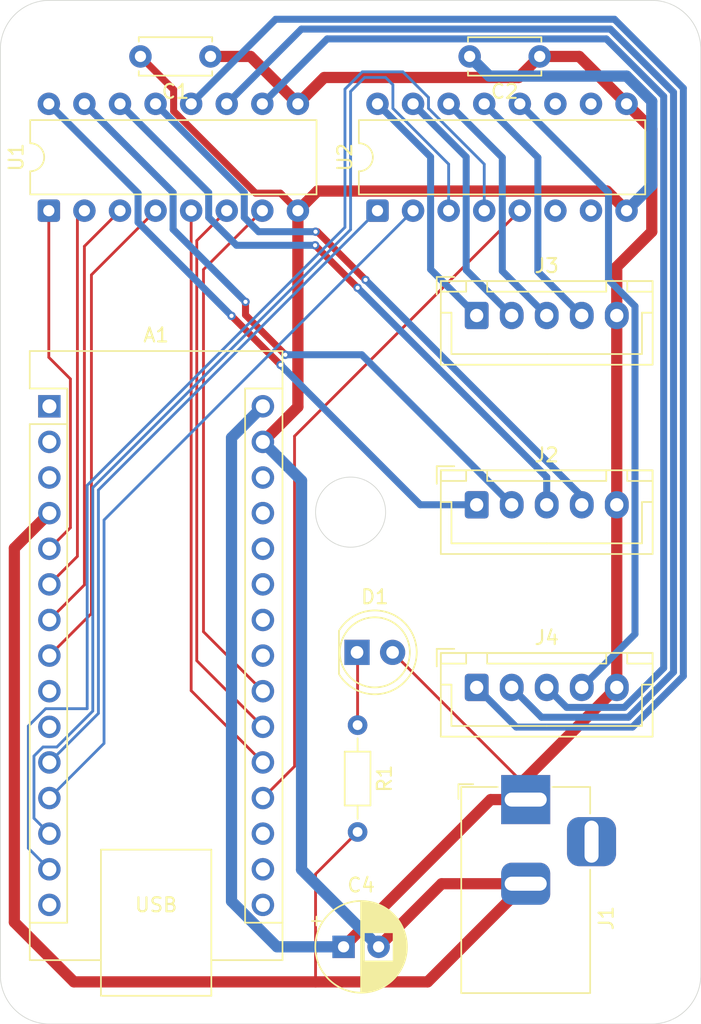
<source format=kicad_pcb>
(kicad_pcb (version 20241229) (generator "pcbnew") (generator_version "9.0")
  (layers (0 "F.Cu" signal) (2 "B.Cu" signal) (13 "F.Paste" user) (15 "B.Paste" user) (5 "F.SilkS" user "F.Silkscreen") (7 "B.SilkS" user "B.Silkscreen") (1 "F.Mask" user) (3 "B.Mask" user) (25 "Edge.Cuts" user))
  (net 0 "")
  (net 1 "Net-(A1-D3)")
  (net 2 "Net-(A1-D5)")
  (net 3 "Net-(A1-D2)")
  (net 5 "Net-(A1-VIN)")
  (net 6 "Net-(A1-D4)")
  (net 7 "Net-(U1-O7)")
  (net 8 "Net-(U1-O6)")
  (net 9 "Net-(U2-O5)")
  (net 10 "Net-(U1-O5)")
  (net 24 "Net-(U1-O1)")
  (net 25 "Net-(U1-O2)")
  (net 26 "Net-(U1-O3)")
  (net 27 "Net-(U1-O4)")
  (net 28 "Net-(U2-O3)")
  (net 29 "Net-(U2-O2)")
  (net 30 "Net-(U2-O4)")
  (net 31 "Net-(U2-O1)")
  (net 36 "Net-(A1-A2)")
  (net 37 "Net-(A1-D10)")
  (net 38 "Net-(A1-A1)")
  (net 39 "Net-(A1-D9)")
  (net 40 "Net-(A1-A3)")
  (net 41 "Net-(A1-D8)")
  (net 42 "Net-(A1-D11)")
  (net 43 "Net-(A1-A0)")
  (net 44 "GND")
  (net 46 "Net-(D1-K)")
  (footprint "Module:Arduino_Nano" (layer "F.Cu") (at 128.5 92.92)
    (property "Reference" "A1" (at 7.62 -5.08 0) (layer "F.SilkS"))
    (property "Value" "Arduino_Nano_v3.x")
    (fp_text user "USB" (at 7.62 35.56 0) (layer "F.SilkS"))
    (pad "1" thru_hole rect (at 0 0) (size 1.6 1.6) (drill 1) (layers "*.Cu" "*.Mask"))
    (pad "2" thru_hole oval (at 0 2.54) (size 1.6 1.6) (drill 1) (layers "*.Cu" "*.Mask"))
    (pad "3" thru_hole oval (at 0 5.08) (size 1.6 1.6) (drill 1) (layers "*.Cu" "*.Mask"))
    (pad "4" thru_hole oval (at 0 7.62) (size 1.6 1.6) (drill 1) (layers "*.Cu" "*.Mask") (net 44 "GND"))
    (pad "5" thru_hole oval (at 0 10.16) (size 1.6 1.6) (drill 1) (layers "*.Cu" "*.Mask") (net 3 "Net-(A1-D2)"))
    (pad "6" thru_hole oval (at 0 12.7) (size 1.6 1.6) (drill 1) (layers "*.Cu" "*.Mask") (net 1 "Net-(A1-D3)"))
    (pad "7" thru_hole oval (at 0 15.24) (size 1.6 1.6) (drill 1) (layers "*.Cu" "*.Mask") (net 6 "Net-(A1-D4)"))
    (pad "8" thru_hole oval (at 0 17.78) (size 1.6 1.6) (drill 1) (layers "*.Cu" "*.Mask") (net 2 "Net-(A1-D5)"))
    (pad "9" thru_hole oval (at 0 20.32) (size 1.6 1.6) (drill 1) (layers "*.Cu" "*.Mask"))
    (pad "10" thru_hole oval (at 0 22.86) (size 1.6 1.6) (drill 1) (layers "*.Cu" "*.Mask"))
    (pad "11" thru_hole oval (at 0 25.4) (size 1.6 1.6) (drill 1) (layers "*.Cu" "*.Mask") (net 41 "Net-(A1-D8)"))
    (pad "12" thru_hole oval (at 0 27.94) (size 1.6 1.6) (drill 1) (layers "*.Cu" "*.Mask") (net 39 "Net-(A1-D9)"))
    (pad "13" thru_hole oval (at 0 30.48) (size 1.6 1.6) (drill 1) (layers "*.Cu" "*.Mask") (net 37 "Net-(A1-D10)"))
    (pad "14" thru_hole oval (at 0 33.02) (size 1.6 1.6) (drill 1) (layers "*.Cu" "*.Mask") (net 42 "Net-(A1-D11)"))
    (pad "15" thru_hole oval (at 0 35.56) (size 1.6 1.6) (drill 1) (layers "*.Cu" "*.Mask"))
    (pad "16" thru_hole oval (at 15.24 35.56) (size 1.6 1.6) (drill 1) (layers "*.Cu" "*.Mask"))
    (pad "17" thru_hole oval (at 15.24 33.02) (size 1.6 1.6) (drill 1) (layers "*.Cu" "*.Mask"))
    (pad "18" thru_hole oval (at 15.24 30.48) (size 1.6 1.6) (drill 1) (layers "*.Cu" "*.Mask"))
    (pad "19" thru_hole oval (at 15.24 27.94) (size 1.6 1.6) (drill 1) (layers "*.Cu" "*.Mask") (net 43 "Net-(A1-A0)"))
    (pad "20" thru_hole oval (at 15.24 25.4) (size 1.6 1.6) (drill 1) (layers "*.Cu" "*.Mask") (net 38 "Net-(A1-A1)"))
    (pad "21" thru_hole oval (at 15.24 22.86) (size 1.6 1.6) (drill 1) (layers "*.Cu" "*.Mask") (net 36 "Net-(A1-A2)"))
    (pad "22" thru_hole oval (at 15.24 20.32) (size 1.6 1.6) (drill 1) (layers "*.Cu" "*.Mask") (net 40 "Net-(A1-A3)"))
    (pad "23" thru_hole oval (at 15.24 17.78) (size 1.6 1.6) (drill 1) (layers "*.Cu" "*.Mask"))
    (pad "24" thru_hole oval (at 15.24 15.24) (size 1.6 1.6) (drill 1) (layers "*.Cu" "*.Mask"))
    (pad "25" thru_hole oval (at 15.24 12.7) (size 1.6 1.6) (drill 1) (layers "*.Cu" "*.Mask"))
    (pad "26" thru_hole oval (at 15.24 10.16) (size 1.6 1.6) (drill 1) (layers "*.Cu" "*.Mask"))
    (pad "27" thru_hole oval (at 15.24 7.62) (size 1.6 1.6) (drill 1) (layers "*.Cu" "*.Mask"))
    (pad "28" thru_hole oval (at 15.24 5.08) (size 1.6 1.6) (drill 1) (layers "*.Cu" "*.Mask"))
    (pad "29" thru_hole oval (at 15.24 2.54) (size 1.6 1.6) (drill 1) (layers "*.Cu" "*.Mask") (net 44 "GND"))
    (pad "30" thru_hole oval (at 15.24 0) (size 1.6 1.6) (drill 1) (layers "*.Cu" "*.Mask") (net 5 "Net-(A1-VIN)"))
  )
  (footprint "Connector_JST:JST_XH_B5B-XH-A_1x05_P2.50mm_Vertical" (layer "F.Cu") (at 159 112.97)
    (property "Reference" "J4" (at 5 -3.55 0) (layer "F.SilkS"))
    (property "Value" "B5B-XH-ALFSN")
    (pad "1" thru_hole roundrect (at 0 0) (size 1.7 1.95) (drill 0.95) (layers "*.Cu" "*.Mask") (roundrect_rratio 0.147059) (net 10 "Net-(U1-O5)"))
    (pad "2" thru_hole oval (at 2.5 0) (size 1.7 1.95) (drill 0.95) (layers "*.Cu" "*.Mask") (net 8 "Net-(U1-O6)"))
    (pad "3" thru_hole oval (at 5 0) (size 1.7 1.95) (drill 0.95) (layers "*.Cu" "*.Mask") (net 7 "Net-(U1-O7)"))
    (pad "4" thru_hole oval (at 7.5 0) (size 1.7 1.95) (drill 0.95) (layers "*.Cu" "*.Mask") (net 9 "Net-(U2-O5)"))
    (pad "5" thru_hole oval (at 10 0) (size 1.7 1.95) (drill 0.95) (layers "*.Cu" "*.Mask") (net 5 "Net-(A1-VIN)"))
  )
  (footprint "Connector_JST:JST_XH_B5B-XH-A_1x05_P2.50mm_Vertical" (layer "F.Cu") (at 159 99.945)
    (property "Reference" "J2" (at 5 -3.55 0) (layer "F.SilkS"))
    (property "Value" "B5B-XH-ALFSN")
    (pad "1" thru_hole roundrect (at 0 0) (size 1.7 1.95) (drill 0.95) (layers "*.Cu" "*.Mask") (roundrect_rratio 0.147059) (net 24 "Net-(U1-O1)"))
    (pad "2" thru_hole oval (at 2.5 0) (size 1.7 1.95) (drill 0.95) (layers "*.Cu" "*.Mask") (net 25 "Net-(U1-O2)"))
    (pad "3" thru_hole oval (at 5 0) (size 1.7 1.95) (drill 0.95) (layers "*.Cu" "*.Mask") (net 26 "Net-(U1-O3)"))
    (pad "4" thru_hole oval (at 7.5 0) (size 1.7 1.95) (drill 0.95) (layers "*.Cu" "*.Mask") (net 27 "Net-(U1-O4)"))
    (pad "5" thru_hole oval (at 10 0) (size 1.7 1.95) (drill 0.95) (layers "*.Cu" "*.Mask") (net 5 "Net-(A1-VIN)"))
  )
  (footprint "Capacitor_THT:C_Disc_D5.0mm_W2.5mm_P5.00mm" (layer "F.Cu") (at 163.5 67.97 180)
    (property "Reference" "C2" (at 2.5 -2.5 0) (layer "F.SilkS"))
    (property "Value" "100nF")
    (pad "1" thru_hole circle (at 0 0 180) (size 1.6 1.6) (drill 0.8) (layers "*.Cu" "*.Mask") (net 5 "Net-(A1-VIN)"))
    (pad "2" thru_hole circle (at 5 0 180) (size 1.6 1.6) (drill 0.8) (layers "*.Cu" "*.Mask") (net 44 "GND"))
  )
  (footprint "Connector_JST:JST_XH_B5B-XH-A_1x05_P2.50mm_Vertical" (layer "F.Cu") (at 159 86.445)
    (property "Reference" "J3" (at 5 -3.55 0) (layer "F.SilkS"))
    (property "Value" "B5B-XH-ALFSN")
    (pad "1" thru_hole roundrect (at 0 0) (size 1.7 1.95) (drill 0.95) (layers "*.Cu" "*.Mask") (roundrect_rratio 0.147059) (net 31 "Net-(U2-O1)"))
    (pad "2" thru_hole oval (at 2.5 0) (size 1.7 1.95) (drill 0.95) (layers "*.Cu" "*.Mask") (net 29 "Net-(U2-O2)"))
    (pad "3" thru_hole oval (at 5 0) (size 1.7 1.95) (drill 0.95) (layers "*.Cu" "*.Mask") (net 28 "Net-(U2-O3)"))
    (pad "4" thru_hole oval (at 7.5 0) (size 1.7 1.95) (drill 0.95) (layers "*.Cu" "*.Mask") (net 30 "Net-(U2-O4)"))
    (pad "5" thru_hole oval (at 10 0) (size 1.7 1.95) (drill 0.95) (layers "*.Cu" "*.Mask") (net 5 "Net-(A1-VIN)"))
  )
  (footprint "Connector_BarrelJack:BarrelJack_Horizontal" (layer "F.Cu") (at 162.5 120.97 90)
    (property "Reference" "J1" (at -8.45 5.75 90) (layer "F.SilkS"))
    (property "Value" "Barrel_Jack")
    (pad "1" thru_hole rect (at 0 0 90) (size 3.5 3.5) (drill oval 1 3) (layers "*.Cu" "*.Mask") (net 5 "Net-(A1-VIN)"))
    (pad "2" thru_hole roundrect (at -6 0 90) (size 3 3.5) (drill oval 1 3) (layers "*.Cu" "*.Mask") (net 44 "GND"))
    (pad "3" thru_hole roundrect (at -3 4.7 90) (size 3.5 3.5) (drill oval 3 1) (layers "*.Cu" "*.Mask"))
  )
  (footprint "Package_DIP:DIP-16_W7.62mm" (layer "F.Cu") (at 128.46 78.97 90)
    (property "Reference" "U1" (at 3.81 -2.33 90) (layer "F.SilkS"))
    (property "Value" "ULN2003A")
    (pad "1" thru_hole roundrect (at 0 0 90) (size 1.6 1.6) (drill 0.8) (layers "*.Cu" "*.Mask") (roundrect_rratio 0.15625) (net 3 "Net-(A1-D2)"))
    (pad "2" thru_hole circle (at 0 2.54 90) (size 1.6 1.6) (drill 0.8) (layers "*.Cu" "*.Mask") (net 1 "Net-(A1-D3)"))
    (pad "3" thru_hole circle (at 0 5.08 90) (size 1.6 1.6) (drill 0.8) (layers "*.Cu" "*.Mask") (net 6 "Net-(A1-D4)"))
    (pad "4" thru_hole circle (at 0 7.62 90) (size 1.6 1.6) (drill 0.8) (layers "*.Cu" "*.Mask") (net 2 "Net-(A1-D5)"))
    (pad "5" thru_hole circle (at 0 10.16 90) (size 1.6 1.6) (drill 0.8) (layers "*.Cu" "*.Mask") (net 38 "Net-(A1-A1)"))
    (pad "6" thru_hole circle (at 0 12.7 90) (size 1.6 1.6) (drill 0.8) (layers "*.Cu" "*.Mask") (net 36 "Net-(A1-A2)"))
    (pad "7" thru_hole circle (at 0 15.24 90) (size 1.6 1.6) (drill 0.8) (layers "*.Cu" "*.Mask") (net 40 "Net-(A1-A3)"))
    (pad "8" thru_hole circle (at 0 17.78 90) (size 1.6 1.6) (drill 0.8) (layers "*.Cu" "*.Mask") (net 44 "GND"))
    (pad "9" thru_hole circle (at 7.62 17.78 90) (size 1.6 1.6) (drill 0.8) (layers "*.Cu" "*.Mask") (net 5 "Net-(A1-VIN)"))
    (pad "10" thru_hole circle (at 7.62 15.24 90) (size 1.6 1.6) (drill 0.8) (layers "*.Cu" "*.Mask") (net 7 "Net-(U1-O7)"))
    (pad "11" thru_hole circle (at 7.62 12.7 90) (size 1.6 1.6) (drill 0.8) (layers "*.Cu" "*.Mask") (net 8 "Net-(U1-O6)"))
    (pad "12" thru_hole circle (at 7.62 10.16 90) (size 1.6 1.6) (drill 0.8) (layers "*.Cu" "*.Mask") (net 10 "Net-(U1-O5)"))
    (pad "13" thru_hole circle (at 7.62 7.62 90) (size 1.6 1.6) (drill 0.8) (layers "*.Cu" "*.Mask") (net 27 "Net-(U1-O4)"))
    (pad "14" thru_hole circle (at 7.62 5.08 90) (size 1.6 1.6) (drill 0.8) (layers "*.Cu" "*.Mask") (net 26 "Net-(U1-O3)"))
    (pad "15" thru_hole circle (at 7.62 2.54 90) (size 1.6 1.6) (drill 0.8) (layers "*.Cu" "*.Mask") (net 25 "Net-(U1-O2)"))
    (pad "16" thru_hole circle (at 7.62 0 90) (size 1.6 1.6) (drill 0.8) (layers "*.Cu" "*.Mask") (net 24 "Net-(U1-O1)"))
  )
  (footprint "Capacitor_THT:C_Disc_D5.0mm_W2.5mm_P5.00mm" (layer "F.Cu") (at 140 67.97 180)
    (property "Reference" "C1" (at 2.5 -2.5 0) (layer "F.SilkS"))
    (property "Value" "100nF")
    (pad "1" thru_hole circle (at 0 0 180) (size 1.6 1.6) (drill 0.8) (layers "*.Cu" "*.Mask") (net 5 "Net-(A1-VIN)"))
    (pad "2" thru_hole circle (at 5 0 180) (size 1.6 1.6) (drill 0.8) (layers "*.Cu" "*.Mask") (net 44 "GND"))
  )
  (footprint "Resistor_THT:R_Axial_DIN0204_L3.6mm_D1.6mm_P7.62mm_Horizontal" (layer "F.Cu") (at 150.5 115.66 -90)
    (property "Reference" "R1" (at 3.81 -1.92 90) (layer "F.SilkS"))
    (property "Value" "220 Ohm")
    (pad "1" thru_hole circle (at 0 0 270) (size 1.4 1.4) (drill 0.7) (layers "*.Cu" "*.Mask") (net 46 "Net-(D1-K)"))
    (pad "2" thru_hole oval (at 7.62 0 270) (size 1.4 1.4) (drill 0.7) (layers "*.Cu" "*.Mask") (net 44 "GND"))
  )
  (footprint "Package_DIP:DIP-16_W7.62mm" (layer "F.Cu") (at 151.92 78.97 90)
    (property "Reference" "U2" (at 3.81 -2.33 90) (layer "F.SilkS"))
    (property "Value" "ULN2003A")
    (pad "1" thru_hole roundrect (at 0 0 90) (size 1.6 1.6) (drill 0.8) (layers "*.Cu" "*.Mask") (roundrect_rratio 0.15625) (net 41 "Net-(A1-D8)"))
    (pad "2" thru_hole circle (at 0 2.54 90) (size 1.6 1.6) (drill 0.8) (layers "*.Cu" "*.Mask") (net 39 "Net-(A1-D9)"))
    (pad "3" thru_hole circle (at 0 5.08 90) (size 1.6 1.6) (drill 0.8) (layers "*.Cu" "*.Mask") (net 37 "Net-(A1-D10)"))
    (pad "4" thru_hole circle (at 0 7.62 90) (size 1.6 1.6) (drill 0.8) (layers "*.Cu" "*.Mask") (net 42 "Net-(A1-D11)"))
    (pad "5" thru_hole circle (at 0 10.16 90) (size 1.6 1.6) (drill 0.8) (layers "*.Cu" "*.Mask") (net 43 "Net-(A1-A0)"))
    (pad "6" thru_hole circle (at 0 12.7 90) (size 1.6 1.6) (drill 0.8) (layers "*.Cu" "*.Mask"))
    (pad "7" thru_hole circle (at 0 15.24 90) (size 1.6 1.6) (drill 0.8) (layers "*.Cu" "*.Mask"))
    (pad "8" thru_hole circle (at 0 17.78 90) (size 1.6 1.6) (drill 0.8) (layers "*.Cu" "*.Mask") (net 44 "GND"))
    (pad "9" thru_hole circle (at 7.62 17.78 90) (size 1.6 1.6) (drill 0.8) (layers "*.Cu" "*.Mask") (net 5 "Net-(A1-VIN)"))
    (pad "10" thru_hole circle (at 7.62 15.24 90) (size 1.6 1.6) (drill 0.8) (layers "*.Cu" "*.Mask"))
    (pad "11" thru_hole circle (at 7.62 12.7 90) (size 1.6 1.6) (drill 0.8) (layers "*.Cu" "*.Mask"))
    (pad "12" thru_hole circle (at 7.62 10.16 90) (size 1.6 1.6) (drill 0.8) (layers "*.Cu" "*.Mask") (net 9 "Net-(U2-O5)"))
    (pad "13" thru_hole circle (at 7.62 7.62 90) (size 1.6 1.6) (drill 0.8) (layers "*.Cu" "*.Mask") (net 30 "Net-(U2-O4)"))
    (pad "14" thru_hole circle (at 7.62 5.08 90) (size 1.6 1.6) (drill 0.8) (layers "*.Cu" "*.Mask") (net 28 "Net-(U2-O3)"))
    (pad "15" thru_hole circle (at 7.62 2.54 90) (size 1.6 1.6) (drill 0.8) (layers "*.Cu" "*.Mask") (net 29 "Net-(U2-O2)"))
    (pad "16" thru_hole circle (at 7.62 0 90) (size 1.6 1.6) (drill 0.8) (layers "*.Cu" "*.Mask") (net 31 "Net-(U2-O1)"))
  )
  (footprint "LED_THT:LED_D5.0mm" (layer "F.Cu") (at 150.46 110.47)
    (property "Reference" "D1" (at 1.27 -3.96 0) (layer "F.SilkS"))
    (property "Value" "LED")
    (pad "1" thru_hole rect (at 0 0) (size 1.8 1.8) (drill 0.9) (layers "*.Cu" "*.Mask") (net 46 "Net-(D1-K)"))
    (pad "2" thru_hole circle (at 2.54 0) (size 1.8 1.8) (drill 0.9) (layers "*.Cu" "*.Mask") (net 5 "Net-(A1-VIN)"))
  )
  (footprint "Capacitor_THT:CP_Radial_D6.3mm_P2.50mm" (layer "F.Cu") (at 149.5 131.47)
    (property "Reference" "C4" (at 1.25 -4.4 0) (layer "F.SilkS"))
    (property "Value" "100 uF")
    (pad "1" thru_hole rect (at 0 0) (size 1.6 1.6) (drill 0.8) (layers "*.Cu" "*.Mask") (net 5 "Net-(A1-VIN)"))
    (pad "2" thru_hole circle (at 2.5 0) (size 1.6 1.6) (drill 0.8) (layers "*.Cu" "*.Mask") (net 44 "GND"))
  )
  (gr_line (start 171.5 136.97) (end 128.5 136.97) (stroke (width 0.05)) (layer "Edge.Cuts"))
  (gr_line (start 175 67.47) (end 175 133.47) (stroke (width 0.05)) (layer "Edge.Cuts"))
  (gr_arc (start 125 67.47) (mid 126.025126 64.995126) (end 128.5 63.97) (stroke (width 0.05)) (layer "Edge.Cuts"))
  (gr_arc (start 171.5 63.97) (mid 173.974874 64.995126) (end 175 67.47) (stroke (width 0.05)) (layer "Edge.Cuts"))
  (gr_circle (center 150 100.47) (end 152.5 100.47) (stroke (width 0.05)) (fill no) (layer "Edge.Cuts"))
  (gr_line (start 125 133.47) (end 125 67.47) (stroke (width 0.05)) (layer "Edge.Cuts"))
  (gr_arc (start 175 133.47) (mid 173.974874 135.944874) (end 171.5 136.97) (stroke (width 0.05)) (layer "Edge.Cuts"))
  (gr_arc (start 128.5 136.97) (mid 126.025126 135.944874) (end 125 133.47) (stroke (width 0.05)) (layer "Edge.Cuts"))
  (gr_line (start 128.5 63.97) (end 171.5 63.97) (stroke (width 0.05)) (layer "Edge.Cuts"))
  (segment (start 128.5 105.62) (end 130.5 103.62) (width 0.2) (layer "F.Cu") (net 1))
  (segment (start 130.5 103.62) (end 130.5 79.47) (width 0.2) (layer "F.Cu") (net 1))
  (segment (start 130.5 79.47) (end 131 78.97) (width 0.2) (layer "F.Cu") (net 1))
  (segment (start 128.5 110.7) (end 131.5 107.7) (width 0.2) (layer "F.Cu") (net 2))
  (segment (start 131.5 107.7) (end 131.5 83.55) (width 0.2) (layer "F.Cu") (net 2))
  (segment (start 131.5 83.55) (end 136.08 78.97) (width 0.2) (layer "F.Cu") (net 2))
  (segment (start 130 90.97) (end 128.46 89.43) (width 0.2) (layer "F.Cu") (net 3))
  (segment (start 128.46 89.43) (end 128.46 78.97) (width 0.2) (layer "F.Cu") (net 3))
  (segment (start 130 101.58) (end 130 90.97) (width 0.2) (layer "F.Cu") (net 3))
  (segment (start 128.5 103.08) (end 130 101.58) (width 0.2) (layer "F.Cu") (net 3))
  (segment (start 148.12 69.47) (end 146.24 71.35) (width 0.8) (layer "F.Cu") (net 5))
  (segment (start 163.5 67.97) (end 166.32 67.97) (width 0.8) (layer "F.Cu") (net 5))
  (segment (start 153 110.47) (end 162.5 119.97) (width 0.2) (layer "F.Cu") (net 5))
  (segment (start 162 69.47) (end 148.12 69.47) (width 0.8) (layer "F.Cu") (net 5))
  (segment (start 162.5 119.47) (end 169 112.97) (width 0.8) (layer "F.Cu") (net 5))
  (segment (start 160 120.97) (end 149.5 131.47) (width 0.8) (layer "F.Cu") (net 5))
  (segment (start 169 82.97) (end 169 86.445) (width 0.8) (layer "F.Cu") (net 5))
  (segment (start 162.5 120.97) (end 160 120.97) (width 0.8) (layer "F.Cu") (net 5))
  (segment (start 171.5 80.47) (end 171.5 73.15) (width 0.8) (layer "F.Cu") (net 5))
  (segment (start 163.5 67.97) (end 162 69.47) (width 0.8) (layer "F.Cu") (net 5))
  (segment (start 169 112.97) (end 169 99.945) (width 0.8) (layer "F.Cu") (net 5))
  (segment (start 162.5 120.97) (end 162.5 119.47) (width 0.8) (layer "F.Cu") (net 5))
  (segment (start 171.5 73.15) (end 169.7 71.35) (width 0.8) (layer "F.Cu") (net 5))
  (segment (start 166.32 67.97) (end 169.7 71.35) (width 0.8) (layer "F.Cu") (net 5))
  (segment (start 169 99.945) (end 169 86.445) (width 0.8) (layer "F.Cu") (net 5))
  (segment (start 146.24 71.35) (end 142.86 67.97) (width 0.8) (layer "F.Cu") (net 5))
  (segment (start 142.86 67.97) (end 140 67.97) (width 0.8) (layer "F.Cu") (net 5))
  (segment (start 169 82.97) (end 171.5 80.47) (width 0.8) (layer "F.Cu") (net 5))
  (segment (start 162.5 119.97) (end 162.5 120.97) (width 0.2) (layer "F.Cu") (net 5))
  (segment (start 141.5 128.221314) (end 141.5 95.16) (width 0.8) (layer "B.Cu") (net 5))
  (segment (start 141.5 95.16) (end 143.74 92.92) (width 0.8) (layer "B.Cu") (net 5))
  (segment (start 144.748686 131.47) (end 141.5 128.221314) (width 0.8) (layer "B.Cu") (net 5))
  (segment (start 149.5 131.47) (end 144.748686 131.47) (width 0.8) (layer "B.Cu") (net 5))
  (segment (start 131 105.66) (end 131 81.51) (width 0.2) (layer "F.Cu") (net 6))
  (segment (start 131 81.51) (end 133.54 78.97) (width 0.2) (layer "F.Cu") (net 6))
  (segment (start 128.5 108.16) (end 131 105.66) (width 0.2) (layer "F.Cu") (net 6))
  (segment (start 172.351 111.583892) (end 169.538892 114.396) (width 0.5) (layer "B.Cu") (net 7))
  (segment (start 172.351 70.81619) (end 172.351 111.583892) (width 0.5) (layer "B.Cu") (net 7))
  (segment (start 168.25381 66.719) (end 172.351 70.81619) (width 0.5) (layer "B.Cu") (net 7))
  (segment (start 148.331 66.719) (end 168.25381 66.719) (width 0.5) (layer "B.Cu") (net 7))
  (segment (start 169.538892 114.396) (end 165.426 114.396) (width 0.5) (layer "B.Cu") (net 7))
  (segment (start 165.426 114.396) (end 164 112.97) (width 0.5) (layer "B.Cu") (net 7))
  (segment (start 143.7 71.35) (end 148.331 66.719) (width 0.5) (layer "B.Cu") (net 7))
  (segment (start 141.16 71.35) (end 146.492 66.018) (width 0.5) (layer "B.Cu") (net 8))
  (segment (start 169.829256 115.097) (end 163.627 115.097) (width 0.5) (layer "B.Cu") (net 8))
  (segment (start 168.544174 66.018) (end 173.052 70.525826) (width 0.5) (layer "B.Cu") (net 8))
  (segment (start 173.052 70.525826) (end 173.052 111.874256) (width 0.5) (layer "B.Cu") (net 8))
  (segment (start 163.627 115.097) (end 161.5 112.97) (width 0.5) (layer "B.Cu") (net 8))
  (segment (start 173.052 111.874256) (end 169.829256 115.097) (width 0.5) (layer "B.Cu") (net 8))
  (segment (start 146.492 66.018) (end 168.544174 66.018) (width 0.5) (layer "B.Cu") (net 8))
  (segment (start 170.301 85.781108) (end 170.301 109.169) (width 0.5) (layer "B.Cu") (net 9))
  (segment (start 170.301 109.169) (end 166.5 112.97) (width 0.5) (layer "B.Cu") (net 9))
  (segment (start 168.411 77.681) (end 168.411 83.891108) (width 0.5) (layer "B.Cu") (net 9))
  (segment (start 162.08 71.35) (end 168.411 77.681) (width 0.5) (layer "B.Cu") (net 9))
  (segment (start 168.411 83.891108) (end 170.301 85.781108) (width 0.5) (layer "B.Cu") (net 9))
  (segment (start 144.653 65.317) (end 168.834538 65.317) (width 0.5) (layer "B.Cu") (net 10))
  (segment (start 168.834538 65.317) (end 173.753 70.235462) (width 0.5) (layer "B.Cu") (net 10))
  (segment (start 173.753 70.235462) (end 173.753 112.16462) (width 0.5) (layer "B.Cu") (net 10))
  (segment (start 170.11962 115.798) (end 161.828 115.798) (width 0.5) (layer "B.Cu") (net 10))
  (segment (start 161.828 115.798) (end 159 112.97) (width 0.5) (layer "B.Cu") (net 10))
  (segment (start 173.753 112.16462) (end 170.11962 115.798) (width 0.5) (layer "B.Cu") (net 10))
  (segment (start 138.62 71.35) (end 144.653 65.317) (width 0.5) (layer "B.Cu") (net 10))
  (segment (start 141.5 86.47) (end 145 89.97) (width 0.5) (layer "F.Cu") (net 24))
  (via (at 141.5 86.47) (size 0.6) (drill 0.3) (layers "F.Cu" "B.Cu") (net 24))
  (via (at 145 89.97) (size 0.6) (drill 0.3) (layers "F.Cu" "B.Cu") (net 24))
  (segment (start 128.46 71.35) (end 134.829 77.719) (width 0.5) (layer "B.Cu") (net 24))
  (segment (start 154.975 99.945) (end 159 99.945) (width 0.5) (layer "B.Cu") (net 24))
  (segment (start 134.829 77.719) (end 134.829 79.799) (width 0.5) (layer "B.Cu") (net 24))
  (segment (start 145 89.97) (end 154.975 99.945) (width 0.5) (layer "B.Cu") (net 24))
  (segment (start 134.829 79.799) (end 141.5 86.47) (width 0.5) (layer "B.Cu") (net 24))
  (segment (start 142.5 85.47) (end 142.5 86.405844) (width 0.5) (layer "F.Cu") (net 25))
  (segment (start 142.5 86.405844) (end 145.34 89.245844) (width 0.5) (layer "F.Cu") (net 25))
  (via (at 142.5 85.47) (size 0.6) (drill 0.3) (layers "F.Cu" "B.Cu") (net 25))
  (via (at 145.34 89.245844) (size 0.6) (drill 0.3) (layers "F.Cu" "B.Cu") (net 25))
  (segment (start 150.800844 89.245844) (end 161.5 99.945) (width 0.5) (layer "B.Cu") (net 25))
  (segment (start 145.34 89.245844) (end 150.800844 89.245844) (width 0.5) (layer "B.Cu") (net 25))
  (segment (start 137.331 80.301) (end 142.5 85.47) (width 0.5) (layer "B.Cu") (net 25))
  (segment (start 137.331 77.681) (end 137.331 80.301) (width 0.5) (layer "B.Cu") (net 25))
  (segment (start 131 71.35) (end 137.331 77.681) (width 0.5) (layer "B.Cu") (net 25))
  (segment (start 147.468635 81.438635) (end 150.5 84.47) (width 0.5) (layer "F.Cu") (net 26))
  (via (at 147.468635 81.438635) (size 0.6) (drill 0.3) (layers "F.Cu" "B.Cu") (net 26))
  (via (at 150.5 84.47) (size 0.6) (drill 0.3) (layers "F.Cu" "B.Cu") (net 26))
  (segment (start 164 97.97) (end 164 99.945) (width 0.5) (layer "B.Cu") (net 26))
  (segment (start 133.54 71.35) (end 139.871 77.681) (width 0.5) (layer "B.Cu") (net 26))
  (segment (start 150.5 84.47) (end 164 97.97) (width 0.5) (layer "B.Cu") (net 26))
  (segment (start 141.859453 81.438635) (end 147.468635 81.438635) (width 0.5) (layer "B.Cu") (net 26))
  (segment (start 139.871 79.450182) (end 141.859453 81.438635) (width 0.5) (layer "B.Cu") (net 26))
  (segment (start 139.871 77.681) (end 139.871 79.450182) (width 0.5) (layer "B.Cu") (net 26))
  (segment (start 147.631374 80.47) (end 151.065687 83.904313) (width 0.5) (layer "F.Cu") (net 27))
  (segment (start 147.5 80.47) (end 147.631374 80.47) (width 0.5) (layer "F.Cu") (net 27))
  (via (at 151.065687 83.904313) (size 0.6) (drill 0.3) (layers "F.Cu" "B.Cu") (net 27))
  (via (at 147.5 80.47) (size 0.6) (drill 0.3) (layers "F.Cu" "B.Cu") (net 27))
  (segment (start 142.411 77.681) (end 142.411 79.450182) (width 0.5) (layer "B.Cu") (net 27))
  (segment (start 143.430818 80.47) (end 147.5 80.47) (width 0.5) (layer "B.Cu") (net 27))
  (segment (start 166.5 99.338626) (end 166.5 99.945) (width 0.5) (layer "B.Cu") (net 27))
  (segment (start 142.411 79.450182) (end 143.430818 80.47) (width 0.5) (layer "B.Cu") (net 27))
  (segment (start 151.065687 83.904313) (end 166.5 99.338626) (width 0.5) (layer "B.Cu") (net 27))
  (segment (start 136.08 71.35) (end 142.411 77.681) (width 0.5) (layer "B.Cu") (net 27))
  (segment (start 160.829 75.179) (end 160.829 83.274) (width 0.5) (layer "B.Cu") (net 28))
  (segment (start 160.829 83.274) (end 164 86.445) (width 0.5) (layer "B.Cu") (net 28))
  (segment (start 157 71.35) (end 160.829 75.179) (width 0.5) (layer "B.Cu") (net 28))
  (segment (start 158.251 75.141) (end 158.251 83.196) (width 0.5) (layer "B.Cu") (net 29))
  (segment (start 158.251 83.196) (end 161.5 86.445) (width 0.5) (layer "B.Cu") (net 29))
  (segment (start 154.46 71.35) (end 158.251 75.141) (width 0.5) (layer "B.Cu") (net 29))
  (segment (start 163.369 75.179) (end 163.369 83.314) (width 0.5) (layer "B.Cu") (net 30))
  (segment (start 163.369 83.314) (end 166.5 86.445) (width 0.5) (layer "B.Cu") (net 30))
  (segment (start 159.54 71.35) (end 163.369 75.179) (width 0.5) (layer "B.Cu") (net 30))
  (segment (start 155.711 75.141) (end 155.711 83.156) (width 0.5) (layer "B.Cu") (net 31))
  (segment (start 155.711 83.156) (end 159 86.445) (width 0.5) (layer "B.Cu") (net 31))
  (segment (start 151.92 71.35) (end 155.711 75.141) (width 0.5) (layer "B.Cu") (net 31))
  (segment (start 143.74 115.78) (end 139.021 111.061) (width 0.2) (layer "F.Cu") (net 36))
  (segment (start 139.021 111.061) (end 139.021 81.109) (width 0.2) (layer "F.Cu") (net 36))
  (segment (start 139.021 81.109) (end 141.16 78.97) (width 0.2) (layer "F.Cu") (net 36))
  (segment (start 151 69.47) (end 152.5 69.47) (width 0.2) (layer "B.Cu") (net 37))
  (segment (start 131.599 114.6539) (end 131.599 98.7239) (width 0.2) (layer "B.Cu") (net 37))
  (segment (start 128.5 123.4) (end 127.399 122.299) (width 0.2) (layer "B.Cu") (net 37))
  (segment (start 150 80.3229) (end 150 70.47) (width 0.2) (layer "B.Cu") (net 37))
  (segment (start 127.399 122.299) (end 127.399 117.86395) (width 0.2) (layer "B.Cu") (net 37))
  (segment (start 152.5 69.47) (end 153.021 69.991) (width 0.2) (layer "B.Cu") (net 37))
  (segment (start 129.0339 117.219) (end 131.599 114.6539) (width 0.2) (layer "B.Cu") (net 37))
  (segment (start 150 70.47) (end 151 69.47) (width 0.2) (layer "B.Cu") (net 37))
  (segment (start 131.599 98.7239) (end 150 80.3229) (width 0.2) (layer "B.Cu") (net 37))
  (segment (start 127.399 117.86395) (end 128.04395 117.219) (width 0.2) (layer "B.Cu") (net 37))
  (segment (start 128.04395 117.219) (end 129.0339 117.219) (width 0.2) (layer "B.Cu") (net 37))
  (segment (start 153.021 71.671768) (end 157 75.650768) (width 0.2) (layer "B.Cu") (net 37))
  (segment (start 153.021 69.991) (end 153.021 71.671768) (width 0.2) (layer "B.Cu") (net 37))
  (segment (start 157 75.650768) (end 157 78.97) (width 0.2) (layer "B.Cu") (net 37))
  (segment (start 143.74 118.32) (end 138.62 113.2) (width 0.2) (layer "F.Cu") (net 38))
  (segment (start 138.62 113.2) (end 138.62 78.97) (width 0.2) (layer "F.Cu") (net 38))
  (segment (start 128.5 120.86) (end 132.401 116.959) (width 0.2) (layer "B.Cu") (net 39))
  (segment (start 132.401 116.959) (end 132.401 101.029) (width 0.2) (layer "B.Cu") (net 39))
  (segment (start 132.401 101.029) (end 154.46 78.97) (width 0.2) (layer "B.Cu") (net 39))
  (segment (start 139.5 83.17) (end 143.7 78.97) (width 0.2) (layer "F.Cu") (net 40))
  (segment (start 139.5 109) (end 139.5 83.17) (width 0.2) (layer "F.Cu") (net 40))
  (segment (start 143.74 113.24) (end 139.5 109) (width 0.2) (layer "F.Cu") (net 40))
  (segment (start 132 98.89) (end 151.92 78.97) (width 0.2) (layer "B.Cu") (net 41))
  (segment (start 128.5 118.32) (end 132 114.82) (width 0.2) (layer "B.Cu") (net 41))
  (segment (start 132 114.82) (end 132 98.89) (width 0.2) (layer "B.Cu") (net 41))
  (segment (start 131.198 114.4878) (end 131.198 98.5578) (width 0.2) (layer "B.Cu") (net 42))
  (segment (start 150.8339 69.069) (end 153.73605 69.069) (width 0.2) (layer "B.Cu") (net 42))
  (segment (start 131.198 98.5578) (end 149.599 80.1568) (width 0.2) (layer "B.Cu") (net 42))
  (segment (start 126.998 115.72495) (end 128.23515 114.4878) (width 0.2) (layer "B.Cu") (net 42))
  (segment (start 149.599 70.3039) (end 150.8339 69.069) (width 0.2) (layer "B.Cu") (net 42))
  (segment (start 126.998 124.438) (end 126.998 115.72495) (width 0.2) (layer "B.Cu") (net 42))
  (segment (start 128.5 125.94) (end 126.998 124.438) (width 0.2) (layer "B.Cu") (net 42))
  (segment (start 155.561 71.671768) (end 159.54 75.650768) (width 0.2) (layer "B.Cu") (net 42))
  (segment (start 128.23515 114.4878) (end 131.198 114.4878) (width 0.2) (layer "B.Cu") (net 42))
  (segment (start 159.54 75.650768) (end 159.54 78.97) (width 0.2) (layer "B.Cu") (net 42))
  (segment (start 149.599 80.1568) (end 149.599 70.3039) (width 0.2) (layer "B.Cu") (net 42))
  (segment (start 153.73605 69.069) (end 155.561 70.89395) (width 0.2) (layer "B.Cu") (net 42))
  (segment (start 155.561 70.89395) (end 155.561 71.671768) (width 0.2) (layer "B.Cu") (net 42))
  (segment (start 143.74 120.86) (end 146 118.6) (width 0.2) (layer "F.Cu") (net 43))
  (segment (start 146 95.05) (end 162.08 78.97) (width 0.2) (layer "F.Cu") (net 43))
  (segment (start 146 118.6) (end 146 95.05) (width 0.2) (layer "F.Cu") (net 43))
  (segment (start 146.24 92.96) (end 146.24 78.97) (width 0.8) (layer "F.Cu") (net 44))
  (segment (start 143.219818 77.719) (end 144.989 77.719) (width 0.5) (layer "F.Cu") (net 44))
  (segment (start 144.989 77.719) (end 146.24 78.97) (width 0.5) (layer "F.Cu") (net 44))
  (segment (start 135 67.97) (end 137.369 70.339) (width 0.5) (layer "F.Cu") (net 44))
  (segment (start 155.5 133.97) (end 147.5 133.97) (width 0.8) (layer "F.Cu") (net 44))
  (segment (start 156.5 126.97) (end 152 131.47) (width 0.8) (layer "F.Cu") (net 44))
  (segment (start 146.24 78.97) (end 147.641 77.569) (width 0.8) (layer "F.Cu") (net 44))
  (segment (start 162.5 126.97) (end 156.5 126.97) (width 0.8) (layer "F.Cu") (net 44))
  (segment (start 143.74 95.46) (end 146.24 92.96) (width 0.8) (layer "F.Cu") (net 44))
  (segment (start 168.299 77.569) (end 169.7 78.97) (width 0.8) (layer "F.Cu") (net 44))
  (segment (start 126 103.04) (end 128.5 100.54) (width 0.8) (layer "F.Cu") (net 44))
  (segment (start 130.254343 133.97) (end 126 129.715657) (width 0.8) (layer "F.Cu") (net 44))
  (segment (start 147.5 126.28) (end 147.5 133.97) (width 0.2) (layer "F.Cu") (net 44))
  (segment (start 147.641 77.569) (end 168.299 77.569) (width 0.8) (layer "F.Cu") (net 44))
  (segment (start 162.5 126.97) (end 155.5 133.97) (width 0.8) (layer "F.Cu") (net 44))
  (segment (start 150.5 123.28) (end 147.5 126.28) (width 0.2) (layer "F.Cu") (net 44))
  (segment (start 147.5 133.97) (end 130.254343 133.97) (width 0.8) (layer "F.Cu") (net 44))
  (segment (start 137.369 70.339) (end 137.369 71.868182) (width 0.5) (layer "F.Cu") (net 44))
  (segment (start 126 129.715657) (end 126 103.04) (width 0.8) (layer "F.Cu") (net 44))
  (segment (start 137.369 71.868182) (end 143.219818 77.719) (width 0.5) (layer "F.Cu") (net 44))
  (segment (start 169.702314 69.371) (end 171.5 71.168686) (width 0.8) (layer "B.Cu") (net 44))
  (segment (start 152 131.47) (end 146.5 125.97) (width 0.8) (layer "B.Cu") (net 44))
  (segment (start 171.5 71.168686) (end 171.5 77.17) (width 0.8) (layer "B.Cu") (net 44))
  (segment (start 171.5 77.17) (end 169.7 78.97) (width 0.8) (layer "B.Cu") (net 44))
  (segment (start 146.5 125.97) (end 146.5 98.22) (width 0.8) (layer "B.Cu") (net 44))
  (segment (start 158.5 67.97) (end 159.901 69.371) (width 0.8) (layer "B.Cu") (net 44))
  (segment (start 159.901 69.371) (end 169.702314 69.371) (width 0.8) (layer "B.Cu") (net 44))
  (segment (start 146.5 98.22) (end 143.74 95.46) (width 0.8) (layer "B.Cu") (net 44))
  (segment (start 150.5 110.51) (end 150.46 110.47) (width 0.2) (layer "F.Cu") (net 46))
  (segment (start 150.5 115.66) (end 150.5 110.51) (width 0.2) (layer "F.Cu") (net 46))
)
</source>
